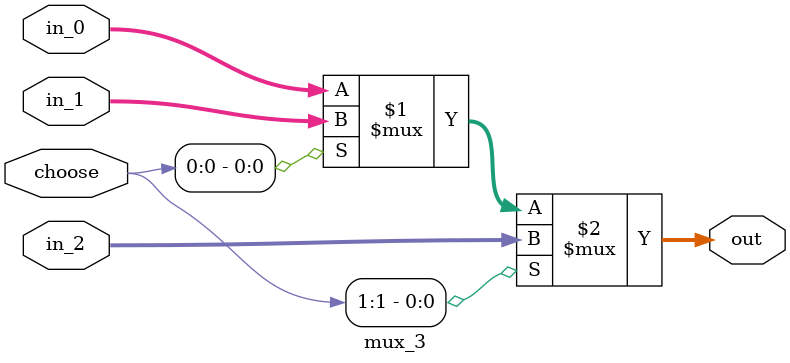
<source format=v>
`timescale 1ns / 1ps


module mux
#(parameter WIDTH = 32)(
    input [WIDTH-1:0]in_0,in_1,
    input choose,
    output [WIDTH-1:0]out
    );
    
assign out = choose ? in_1 : in_0;
endmodule

module mux_3
#(parameter WIDTH = 32)(
    input [WIDTH-1:0]in_0,in_1,in_2,
    input [1:0] choose,
    output [WIDTH-1:0]out
    );
    
assign out = choose[1]?in_2:(choose[0]?in_1:in_0);
endmodule
</source>
